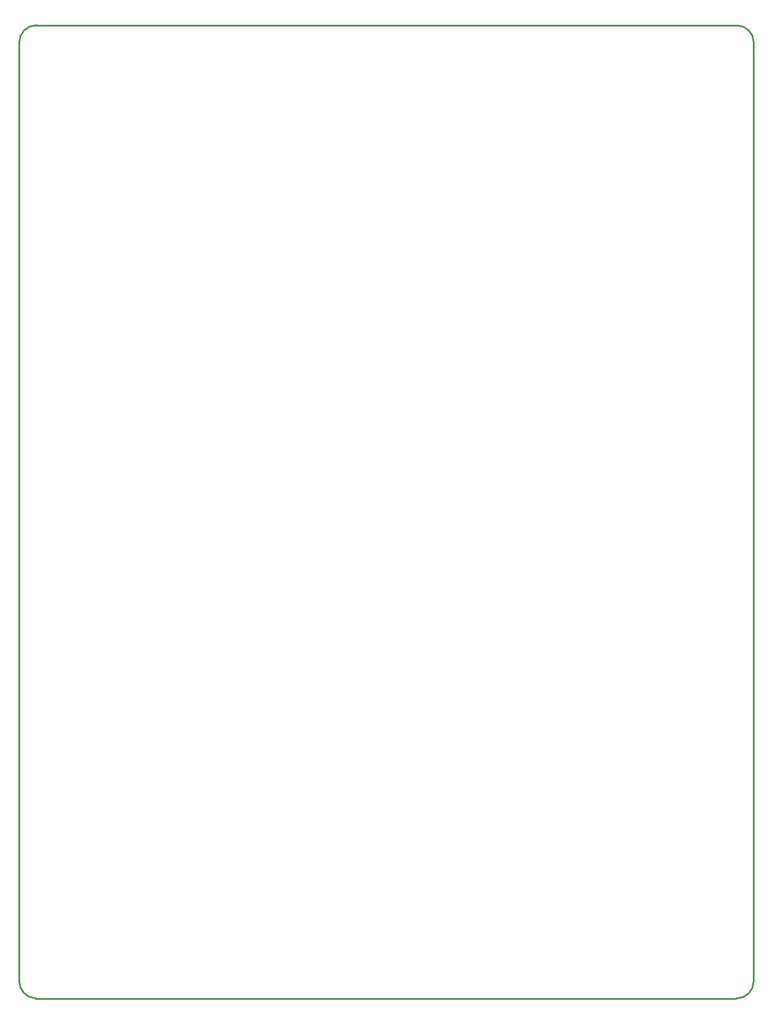
<source format=gko>
G04 Layer: BoardOutlineLayer*
G04 EasyEDA v6.5.22, 2022-11-21 05:39:22*
G04 79285abd2fff4639a077ca8fd26d3c4e,5e732c2b7d5540c8836deda47cd93de7,10*
G04 Gerber Generator version 0.2*
G04 Scale: 100 percent, Rotated: No, Reflected: No *
G04 Dimensions in millimeters *
G04 leading zeros omitted , absolute positions ,4 integer and 5 decimal *
%FSLAX45Y45*%
%MOMM*%

%ADD10C,0.2540*%
D10*
X12699974Y7449820D02*
G01*
X12700000Y-6337300D01*
X1905000Y-6350000D02*
G01*
X1905000Y7451470D01*
X2146300Y7696200D02*
G01*
X12446000Y7696200D01*
X12446000Y-6591300D02*
G01*
X2142324Y-6593814D01*
G75*
G01*
X12449975Y7699985D02*
G02*
X12699975Y7449985I0J-250000D01*
G75*
G01*
X12699975Y-6338786D02*
G02*
X12449975Y-6588785I-250000J0D01*
G75*
G01*
X1905000Y7451471D02*
G02*
X2154999Y7701471I249999J0D01*
G75*
G01*
X2146442Y-6587152D02*
G02*
X1905000Y-6337300I8557J249853D01*

%LPD*%
M02*

</source>
